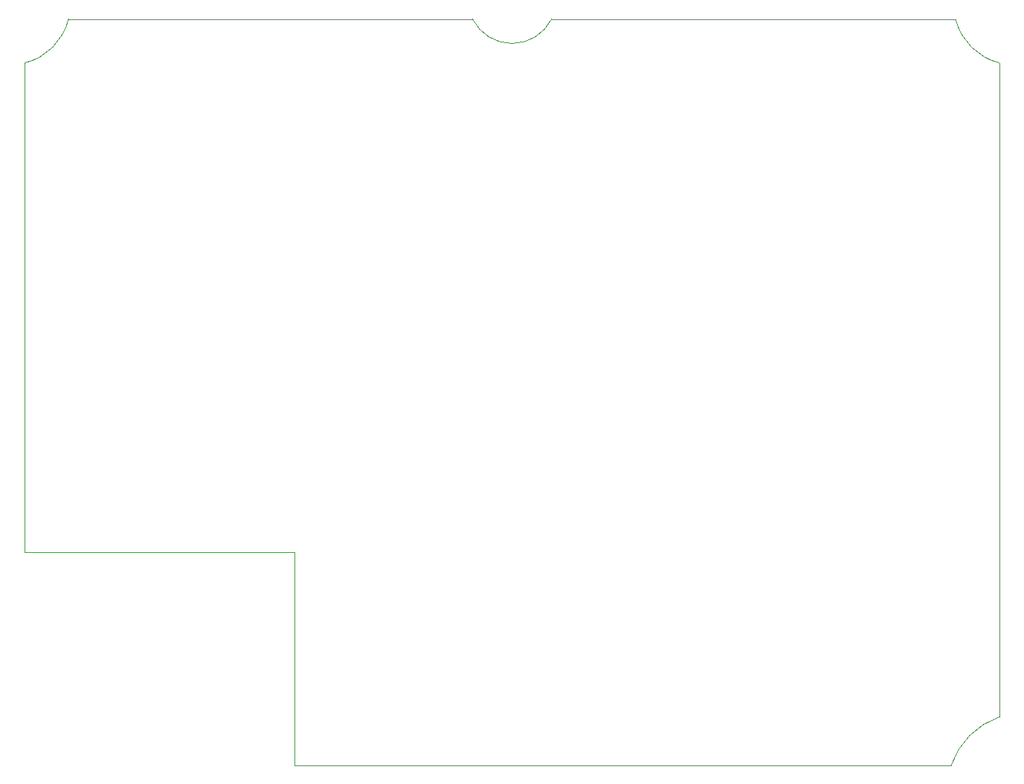
<source format=gbr>
%TF.GenerationSoftware,KiCad,Pcbnew,(6.0.5)*%
%TF.CreationDate,2022-05-28T17:09:23-07:00*%
%TF.ProjectId,HT_1590BB,48545f31-3539-4304-9242-2e6b69636164,rev?*%
%TF.SameCoordinates,Original*%
%TF.FileFunction,Profile,NP*%
%FSLAX46Y46*%
G04 Gerber Fmt 4.6, Leading zero omitted, Abs format (unit mm)*
G04 Created by KiCad (PCBNEW (6.0.5)) date 2022-05-28 17:09:23*
%MOMM*%
%LPD*%
G01*
G04 APERTURE LIST*
%TA.AperFunction,Profile*%
%ADD10C,0.050000*%
%TD*%
%TA.AperFunction,Profile*%
%ADD11C,0.100000*%
%TD*%
G04 APERTURE END LIST*
D10*
X199500000Y-128750000D02*
X199500000Y-54250000D01*
X119250000Y-134250000D02*
X194000000Y-134250000D01*
D11*
X139500001Y-49250000D02*
G75*
G03*
X148499999Y-49250000I4499999J2250000D01*
G01*
D10*
X119250000Y-134250000D02*
X119250000Y-120750000D01*
D11*
X194500000Y-49250000D02*
X148500000Y-49250000D01*
D10*
X199500000Y-128750000D02*
G75*
G03*
X194000000Y-134250000I2854100J-8354100D01*
G01*
X88500000Y-54250000D02*
X88500000Y-110000000D01*
X88500000Y-54250000D02*
G75*
G03*
X93500000Y-49250000I-1565200J6565200D01*
G01*
X119250000Y-120750000D02*
X119250000Y-110000000D01*
D11*
X93500000Y-49250000D02*
X139500000Y-49250000D01*
D10*
X194500000Y-49250000D02*
G75*
G03*
X199500000Y-54250000I6565200J1565200D01*
G01*
X119250000Y-110000000D02*
X88500000Y-110000000D01*
M02*

</source>
